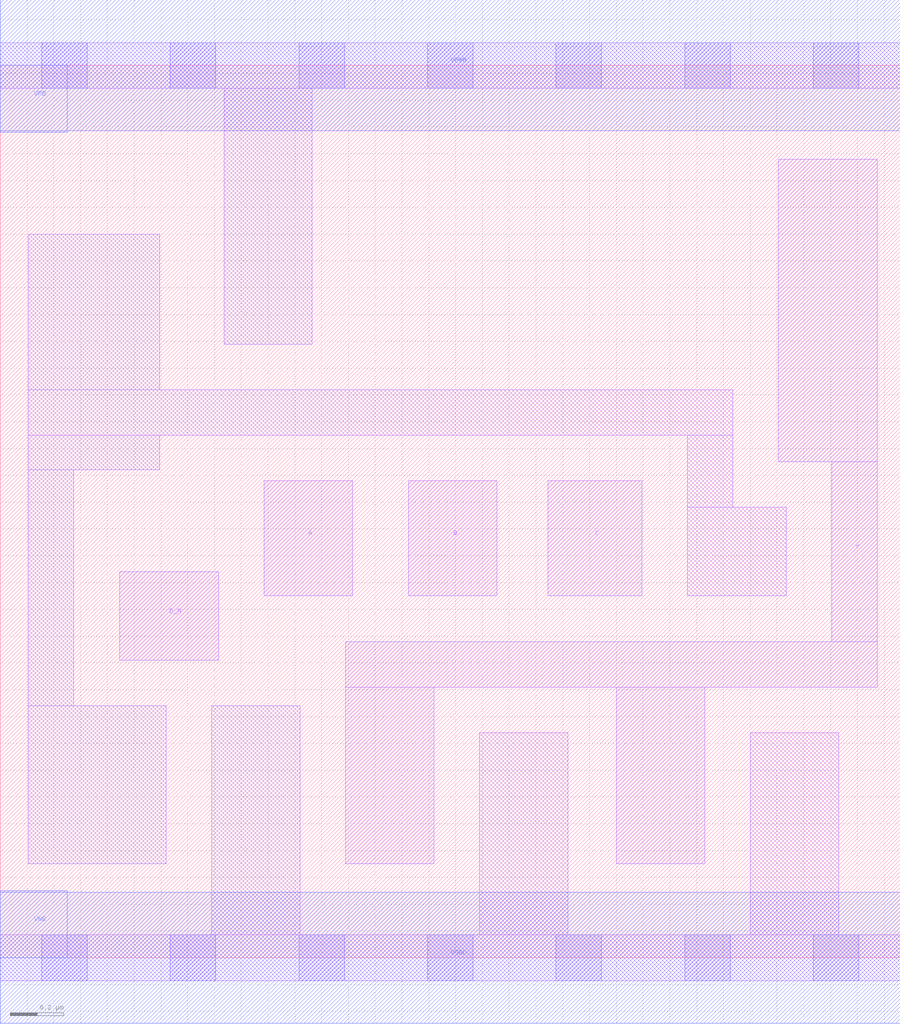
<source format=lef>
# Copyright 2020 The SkyWater PDK Authors
#
# Licensed under the Apache License, Version 2.0 (the "License");
# you may not use this file except in compliance with the License.
# You may obtain a copy of the License at
#
#     https://www.apache.org/licenses/LICENSE-2.0
#
# Unless required by applicable law or agreed to in writing, software
# distributed under the License is distributed on an "AS IS" BASIS,
# WITHOUT WARRANTIES OR CONDITIONS OF ANY KIND, either express or implied.
# See the License for the specific language governing permissions and
# limitations under the License.
#
# SPDX-License-Identifier: Apache-2.0

VERSION 5.5 ;
NAMESCASESENSITIVE ON ;
BUSBITCHARS "[]" ;
DIVIDERCHAR "/" ;
MACRO sky130_fd_sc_ms__nor4b_1
  CLASS CORE ;
  SOURCE USER ;
  ORIGIN  0.000000  0.000000 ;
  SIZE  3.360000 BY  3.330000 ;
  SYMMETRY X Y ;
  SITE unit ;
  PIN A
    ANTENNAGATEAREA  0.279000 ;
    DIRECTION INPUT ;
    USE SIGNAL ;
    PORT
      LAYER li1 ;
        RECT 0.985000 1.350000 1.315000 1.780000 ;
    END
  END A
  PIN B
    ANTENNAGATEAREA  0.279000 ;
    DIRECTION INPUT ;
    USE SIGNAL ;
    PORT
      LAYER li1 ;
        RECT 1.525000 1.350000 1.855000 1.780000 ;
    END
  END B
  PIN C
    ANTENNAGATEAREA  0.279000 ;
    DIRECTION INPUT ;
    USE SIGNAL ;
    PORT
      LAYER li1 ;
        RECT 2.045000 1.350000 2.395000 1.780000 ;
    END
  END C
  PIN D_N
    ANTENNAGATEAREA  0.208000 ;
    DIRECTION INPUT ;
    USE SIGNAL ;
    PORT
      LAYER li1 ;
        RECT 0.445000 1.110000 0.815000 1.440000 ;
    END
  END D_N
  PIN Y
    ANTENNADIFFAREA  0.879200 ;
    DIRECTION OUTPUT ;
    USE SIGNAL ;
    PORT
      LAYER li1 ;
        RECT 1.290000 0.350000 1.620000 1.010000 ;
        RECT 1.290000 1.010000 3.275000 1.180000 ;
        RECT 2.300000 0.350000 2.630000 1.010000 ;
        RECT 2.905000 1.850000 3.275000 2.980000 ;
        RECT 3.105000 1.180000 3.275000 1.850000 ;
    END
  END Y
  PIN VGND
    DIRECTION INOUT ;
    USE GROUND ;
    PORT
      LAYER met1 ;
        RECT 0.000000 -0.245000 3.360000 0.245000 ;
    END
  END VGND
  PIN VNB
    DIRECTION INOUT ;
    USE GROUND ;
    PORT
      LAYER met1 ;
        RECT 0.000000 0.000000 0.250000 0.250000 ;
    END
  END VNB
  PIN VPB
    DIRECTION INOUT ;
    USE POWER ;
    PORT
      LAYER met1 ;
        RECT 0.000000 3.080000 0.250000 3.330000 ;
    END
  END VPB
  PIN VPWR
    DIRECTION INOUT ;
    USE POWER ;
    PORT
      LAYER met1 ;
        RECT 0.000000 3.085000 3.360000 3.575000 ;
    END
  END VPWR
  OBS
    LAYER li1 ;
      RECT 0.000000 -0.085000 3.360000 0.085000 ;
      RECT 0.000000  3.245000 3.360000 3.415000 ;
      RECT 0.105000  0.350000 0.620000 0.940000 ;
      RECT 0.105000  0.940000 0.275000 1.820000 ;
      RECT 0.105000  1.820000 0.595000 1.950000 ;
      RECT 0.105000  1.950000 2.735000 2.120000 ;
      RECT 0.105000  2.120000 0.595000 2.700000 ;
      RECT 0.790000  0.085000 1.120000 0.940000 ;
      RECT 0.835000  2.290000 1.165000 3.245000 ;
      RECT 1.790000  0.085000 2.120000 0.840000 ;
      RECT 2.565000  1.350000 2.935000 1.680000 ;
      RECT 2.565000  1.680000 2.735000 1.950000 ;
      RECT 2.800000  0.085000 3.130000 0.840000 ;
    LAYER mcon ;
      RECT 0.155000 -0.085000 0.325000 0.085000 ;
      RECT 0.155000  3.245000 0.325000 3.415000 ;
      RECT 0.635000 -0.085000 0.805000 0.085000 ;
      RECT 0.635000  3.245000 0.805000 3.415000 ;
      RECT 1.115000 -0.085000 1.285000 0.085000 ;
      RECT 1.115000  3.245000 1.285000 3.415000 ;
      RECT 1.595000 -0.085000 1.765000 0.085000 ;
      RECT 1.595000  3.245000 1.765000 3.415000 ;
      RECT 2.075000 -0.085000 2.245000 0.085000 ;
      RECT 2.075000  3.245000 2.245000 3.415000 ;
      RECT 2.555000 -0.085000 2.725000 0.085000 ;
      RECT 2.555000  3.245000 2.725000 3.415000 ;
      RECT 3.035000 -0.085000 3.205000 0.085000 ;
      RECT 3.035000  3.245000 3.205000 3.415000 ;
  END
END sky130_fd_sc_ms__nor4b_1

</source>
